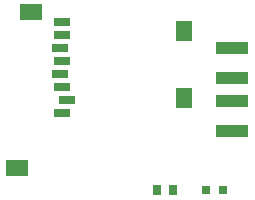
<source format=gtp>
G04 Layer_Color=8421504*
%FSLAX43Y43*%
%MOMM*%
G71*
G01*
G75*
%ADD56R,2.829X1.069*%
%ADD57R,1.449X0.749*%
%ADD58R,1.849X1.349*%
%ADD59R,1.349X1.749*%
%ADD60R,0.711X0.914*%
%ADD61R,0.711X0.711*%
D56*
X23245Y6500D02*
D03*
Y13500D02*
D03*
X23245Y11000D02*
D03*
X23245Y9000D02*
D03*
D57*
X8875Y8035D02*
D03*
X9275Y9135D02*
D03*
X8875Y10235D02*
D03*
X8675Y11335D02*
D03*
X8875Y12435D02*
D03*
X8675Y13535D02*
D03*
X8875Y14635D02*
D03*
Y15735D02*
D03*
D58*
X5025Y3375D02*
D03*
X6175Y16525D02*
D03*
D59*
X19175Y9235D02*
D03*
Y14925D02*
D03*
D60*
X16851Y1500D02*
D03*
X18249D02*
D03*
D61*
X22448Y1501D02*
D03*
X21052D02*
D03*
M02*

</source>
